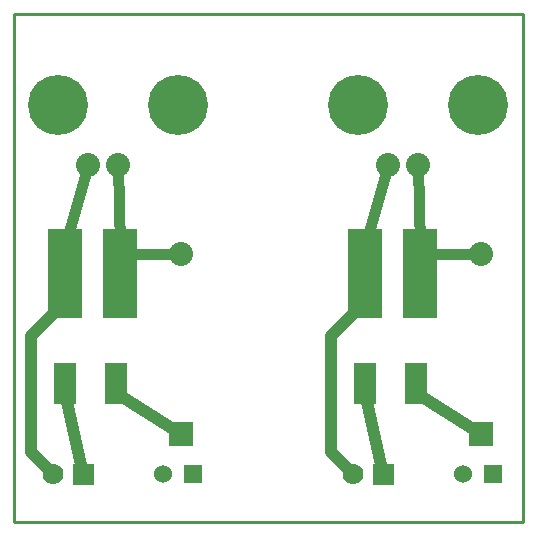
<source format=gbr>
G04 start of page 2 for group 0 idx 0 *
G04 Title: (unknown), component *
G04 Creator: pcb 20110918 *
G04 CreationDate: Thu Mar  7 19:55:58 2013 UTC *
G04 For: fosse *
G04 Format: Gerber/RS-274X *
G04 PCB-Dimensions: 200000 200000 *
G04 PCB-Coordinate-Origin: lower left *
%MOIN*%
%FSLAX25Y25*%
%LNTOP*%
%ADD24C,0.0380*%
%ADD23C,0.0520*%
%ADD22C,0.0860*%
%ADD21R,0.0740X0.0740*%
%ADD20R,0.1143X0.1143*%
%ADD19C,0.0800*%
%ADD18C,0.0600*%
%ADD17C,0.0700*%
%ADD16C,0.0001*%
%ADD15C,0.2000*%
%ADD14C,0.0100*%
%ADD13C,0.0400*%
%ADD12C,0.0250*%
%ADD11C,0.0350*%
G54D11*X151807Y109860D02*X151000Y136860D01*
X133500Y109860D02*X141000Y136860D01*
G54D12*X154307Y107360D02*X151807Y109860D01*
G54D11*X172000Y107360D02*X154307D01*
G54D13*X172000Y47360D02*X150500Y60860D01*
X133500Y91553D02*Y91360D01*
X122000Y79860D01*
Y41360D01*
X129500Y33860D01*
X139500D02*X133500Y60860D01*
G54D11*X51807Y109860D02*X51000Y136860D01*
X33500Y109860D02*X41000Y136860D01*
G54D13*X33500Y91553D02*Y91360D01*
X22000Y79860D01*
Y41360D01*
X29500Y33860D01*
X39500D02*X33500Y60860D01*
G54D12*X54307Y107360D02*X51807Y109860D01*
G54D11*X72000Y107360D02*X54307D01*
G54D13*X72000Y47360D02*X50500Y60860D01*
G54D14*X16500Y18000D02*X186000D01*
X16500Y187360D02*X186000D01*
Y18000D01*
X16500Y187360D02*Y18000D01*
G54D15*X31000Y156860D03*
X71000D03*
X131000D03*
X171000D03*
G54D16*G36*
X68000Y51360D02*Y43360D01*
X76000D01*
Y51360D01*
X68000D01*
G37*
G36*
X36000Y37360D02*Y30360D01*
X43000D01*
Y37360D01*
X36000D01*
G37*
G54D17*X29500Y33860D03*
G54D16*G36*
X73000Y36860D02*Y30860D01*
X79000D01*
Y36860D01*
X73000D01*
G37*
G54D18*X66000Y33860D03*
G54D19*X72000Y107360D03*
X41000Y136860D03*
X51000D03*
G54D16*G36*
X168000Y51360D02*Y43360D01*
X176000D01*
Y51360D01*
X168000D01*
G37*
G36*
X173000Y36860D02*Y30860D01*
X179000D01*
Y36860D01*
X173000D01*
G37*
G54D18*X166000Y33860D03*
G54D19*X172000Y107360D03*
X141000Y136860D03*
X151000D03*
G54D16*G36*
X136000Y37360D02*Y30360D01*
X143000D01*
Y37360D01*
X136000D01*
G37*
G54D17*X129500Y33860D03*
G54D20*X33500Y109860D02*Y91553D01*
X51807Y109860D02*Y91553D01*
G54D21*X33500Y67260D02*Y60860D01*
X50500Y67260D02*Y60860D01*
G54D20*X133500Y109860D02*Y91553D01*
G54D21*Y67260D02*Y60860D01*
G54D20*X151807Y109860D02*Y91553D01*
G54D21*X150500Y67260D02*Y60860D01*
G54D18*X33500Y67260D03*
X50500Y60860D03*
X33500Y91553D03*
X51807Y109860D03*
X133500Y67260D03*
Y91553D03*
X150500Y60860D03*
X151807Y109860D03*
G54D11*G54D22*G54D23*G54D24*G54D23*G54D11*G54D23*G54D24*G54D23*G54D11*G54D24*M02*

</source>
